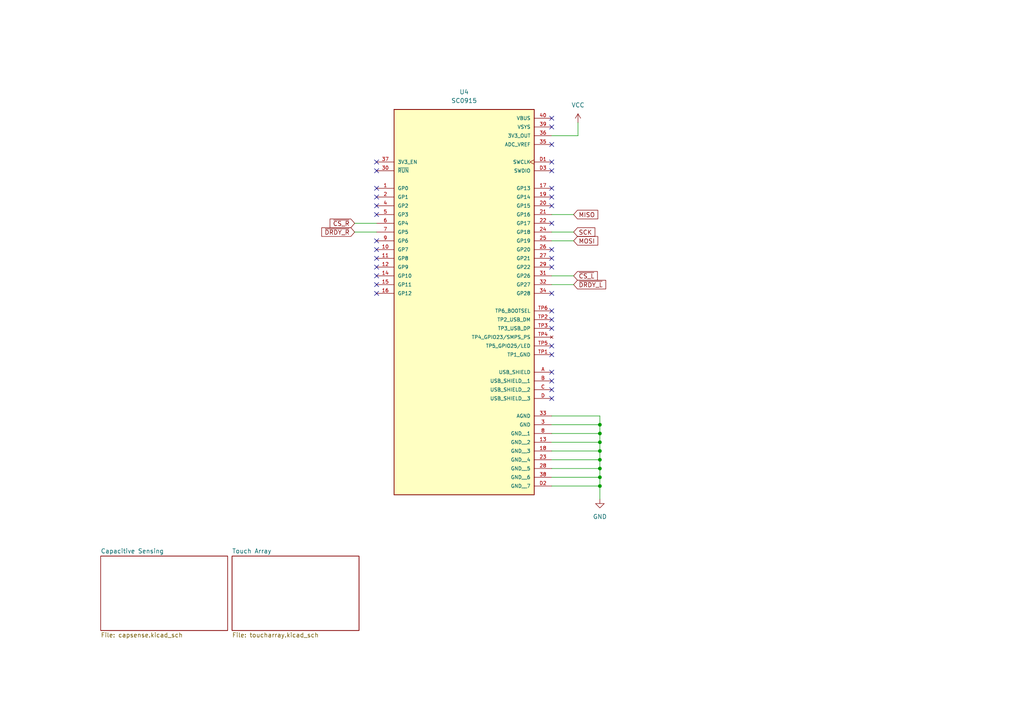
<source format=kicad_sch>
(kicad_sch (version 20230121) (generator eeschema)
  (paper "A4")
  (title_block (title "Openithm Mutual Capacitance Revamp (Negicon)") (date "2023-12-20") (rev "2") (company "Illini Rhythm Syndicate"))
  (lib_symbols
    (symbol "SC0915:SC0915" (pin_names (offset 1.016))
      (property "Reference" "U" (at -20.32 44.069 0))
      (property "Value" "SC0915" (at -20.32 -71.12 0))
      (symbol "SC0915_0_0"
        (rectangle (start -20.32 -68.58) (end 20.32 43.18) (stroke (width 0.254)) (fill (type background)))
        (pin bidirectional line (at -25.4 20.32 0) (length 5.08) (name "GP0") (number "1"))
        (pin bidirectional line (at -25.4 2.54 0) (length 5.08) (name "GP7") (number "10"))
        (pin bidirectional line (at -25.4 0 0) (length 5.08) (name "GP8") (number "11"))
        (pin bidirectional line (at -25.4 -2.54 0) (length 5.08) (name "GP9") (number "12"))
        (pin power_in line (at 25.4 -53.34 180) (length 5.08) (name "GND__2") (number "13"))
        (pin bidirectional line (at -25.4 -5.08 0) (length 5.08) (name "GP10") (number "14"))
        (pin bidirectional line (at -25.4 -7.62 0) (length 5.08) (name "GP11") (number "15"))
        (pin bidirectional line (at -25.4 -10.16 0) (length 5.08) (name "GP12") (number "16"))
        (pin bidirectional line (at 25.4 20.32 180) (length 5.08) (name "GP13") (number "17"))
        (pin power_in line (at 25.4 -55.88 180) (length 5.08) (name "GND__3") (number "18"))
        (pin bidirectional line (at 25.4 17.78 180) (length 5.08) (name "GP14") (number "19"))
        (pin bidirectional line (at -25.4 17.78 0) (length 5.08) (name "GP1") (number "2"))
        (pin bidirectional line (at 25.4 15.24 180) (length 5.08) (name "GP15") (number "20"))
        (pin bidirectional line (at 25.4 12.7 180) (length 5.08) (name "GP16") (number "21"))
        (pin bidirectional line (at 25.4 10.16 180) (length 5.08) (name "GP17") (number "22"))
        (pin power_in line (at 25.4 -58.42 180) (length 5.08) (name "GND__4") (number "23"))
        (pin bidirectional line (at 25.4 7.62 180) (length 5.08) (name "GP18") (number "24"))
        (pin bidirectional line (at 25.4 5.08 180) (length 5.08) (name "GP19") (number "25"))
        (pin bidirectional line (at 25.4 2.54 180) (length 5.08) (name "GP20") (number "26"))
        (pin bidirectional line (at 25.4 0 180) (length 5.08) (name "GP21") (number "27"))
        (pin power_in line (at 25.4 -60.96 180) (length 5.08) (name "GND__5") (number "28"))
        (pin bidirectional line (at 25.4 -2.54 180) (length 5.08) (name "GP22") (number "29"))
        (pin power_in line (at 25.4 -48.26 180) (length 5.08) (name "GND") (number "3"))
        (pin input line (at -25.4 25.4 0) (length 5.08) (name "~{RUN}") (number "30"))
        (pin bidirectional line (at 25.4 -5.08 180) (length 5.08) (name "GP26") (number "31"))
        (pin bidirectional line (at 25.4 -7.62 180) (length 5.08) (name "GP27") (number "32"))
        (pin power_in line (at 25.4 -45.72 180) (length 5.08) (name "AGND") (number "33"))
        (pin bidirectional line (at 25.4 -10.16 180) (length 5.08) (name "GP28") (number "34"))
        (pin power_in line (at 25.4 33.02 180) (length 5.08) (name "ADC_VREF") (number "35"))
        (pin power_in line (at 25.4 35.56 180) (length 5.08) (name "3V3_OUT") (number "36"))
        (pin input line (at -25.4 27.94 0) (length 5.08) (name "3V3_EN") (number "37"))
        (pin power_in line (at 25.4 -63.5 180) (length 5.08) (name "GND__6") (number "38"))
        (pin power_in line (at 25.4 38.1 180) (length 5.08) (name "VSYS") (number "39"))
        (pin bidirectional line (at -25.4 15.24 0) (length 5.08) (name "GP2") (number "4"))
        (pin power_in line (at 25.4 40.64 180) (length 5.08) (name "VBUS") (number "40"))
        (pin bidirectional line (at -25.4 12.7 0) (length 5.08) (name "GP3") (number "5"))
        (pin bidirectional line (at -25.4 10.16 0) (length 5.08) (name "GP4") (number "6"))
        (pin bidirectional line (at -25.4 7.62 0) (length 5.08) (name "GP5") (number "7"))
        (pin power_in line (at 25.4 -50.8 180) (length 5.08) (name "GND__1") (number "8"))
        (pin bidirectional line (at -25.4 5.08 0) (length 5.08) (name "GP6") (number "9"))
        (pin power_in line (at 25.4 -33.02 180) (length 5.08) (name "USB_SHIELD") (number "A"))
        (pin power_in line (at 25.4 -35.56 180) (length 5.08) (name "USB_SHIELD__1") (number "B"))
        (pin power_in line (at 25.4 -38.1 180) (length 5.08) (name "USB_SHIELD__2") (number "C"))
        (pin power_in line (at 25.4 -40.64 180) (length 5.08) (name "USB_SHIELD__3") (number "D"))
        (pin input clock (at 25.4 27.94 180) (length 5.08) (name "SWCLK") (number "D1"))
        (pin power_in line (at 25.4 -66.04 180) (length 5.08) (name "GND__7") (number "D2"))
        (pin bidirectional line (at 25.4 25.4 180) (length 5.08) (name "SWDIO") (number "D3"))
        (pin power_in line (at 25.4 -27.94 180) (length 5.08) (name "TP1_GND") (number "TP1"))
        (pin bidirectional line (at 25.4 -17.78 180) (length 5.08) (name "TP2_USB_DM") (number "TP2"))
        (pin bidirectional line (at 25.4 -20.32 180) (length 5.08) (name "TP3_USB_DP") (number "TP3"))
        (pin no_connect line (at 25.4 -22.86 180) (length 5.08) (name "TP4_GPIO23/SMPS_PS") (number "TP4"))
        (pin output line (at 25.4 -25.4 180) (length 5.08) (name "TP5_GPIO25/LED") (number "TP5"))
        (pin input line (at 25.4 -15.24 180) (length 5.08) (name "TP6_BOOTSEL") (number "TP6"))
      )
    )
    (symbol "power:GND" (power) (pin_names (offset 0))
      (property "Value" "GND" (at 0 -3.81 0))
      (symbol "GND_0_1"
        (polyline (pts (xy 0 0) (xy 0 -1.27) (xy 1.27 -1.27) (xy 0 -2.54) (xy -1.27 -1.27) (xy 0 -1.27)))
      )
      (symbol "GND_1_1"
        (pin power_in line (at 0 0 270) (length 0) hide (name "GND") (number "1"))
      )
    )
    (symbol "power:VCC" (power) (pin_names (offset 0))
      (property "Value" "VCC" (at 0 3.81 0))
      (symbol "VCC_0_1"
        (polyline (pts (xy -0.762 1.27) (xy 0 2.54)))
        (polyline (pts (xy 0 0) (xy 0 2.54)))
        (polyline (pts (xy 0 2.54) (xy 0.762 1.27)))
      )
      (symbol "VCC_1_1"
        (pin power_in line (at 0 0 90) (length 0) hide (name "VCC") (number "1"))
      )
    )
  )
  (junction (at 173.99 138.43))
  (junction (at 173.99 133.35))
  (junction (at 173.99 140.97))
  (junction (at 173.99 128.27))
  (junction (at 173.99 123.19))
  (junction (at 173.99 130.81))
  (junction (at 173.99 135.89))
  (junction (at 173.99 125.73))
  (no_connect (at 109.22 69.85))
  (no_connect (at 109.22 49.53))
  (no_connect (at 160.02 72.39))
  (no_connect (at 160.02 36.83))
  (no_connect (at 109.22 59.69))
  (no_connect (at 160.02 85.09))
  (no_connect (at 160.02 77.47))
  (no_connect (at 160.02 92.71))
  (no_connect (at 160.02 102.87))
  (no_connect (at 109.22 85.09))
  (no_connect (at 109.22 74.93))
  (no_connect (at 160.02 46.99))
  (no_connect (at 160.02 57.15))
  (no_connect (at 109.22 72.39))
  (no_connect (at 109.22 46.99))
  (no_connect (at 160.02 113.03))
  (no_connect (at 160.02 59.69))
  (no_connect (at 160.02 107.95))
  (no_connect (at 160.02 74.93))
  (no_connect (at 160.02 100.33))
  (no_connect (at 109.22 80.01))
  (no_connect (at 160.02 49.53))
  (no_connect (at 109.22 82.55))
  (no_connect (at 109.22 62.23))
  (no_connect (at 160.02 64.77))
  (no_connect (at 160.02 41.91))
  (no_connect (at 160.02 110.49))
  (no_connect (at 160.02 34.29))
  (no_connect (at 160.02 115.57))
  (no_connect (at 109.22 57.15))
  (no_connect (at 109.22 77.47))
  (no_connect (at 160.02 95.25))
  (no_connect (at 160.02 90.17))
  (no_connect (at 160.02 54.61))
  (no_connect (at 109.22 54.61))
  (wire (pts (xy 166.37 80.01) (xy 160.02 80.01)))
  (wire (pts (xy 160.02 135.89) (xy 173.99 135.89)))
  (wire (pts (xy 173.99 140.97) (xy 173.99 144.78)))
  (wire (pts (xy 173.99 123.19) (xy 173.99 125.73)))
  (wire (pts (xy 160.02 125.73) (xy 173.99 125.73)))
  (wire (pts (xy 102.87 64.77) (xy 109.22 64.77)))
  (wire (pts (xy 166.37 82.55) (xy 160.02 82.55)))
  (wire (pts (xy 166.37 69.85) (xy 160.02 69.85)))
  (wire (pts (xy 160.02 120.65) (xy 173.99 120.65)))
  (wire (pts (xy 166.37 67.31) (xy 160.02 67.31)))
  (wire (pts (xy 173.99 135.89) (xy 173.99 138.43)))
  (wire (pts (xy 160.02 140.97) (xy 173.99 140.97)))
  (wire (pts (xy 166.37 62.23) (xy 160.02 62.23)))
  (wire (pts (xy 160.02 128.27) (xy 173.99 128.27)))
  (wire (pts (xy 167.64 35.56) (xy 167.64 39.37)))
  (wire (pts (xy 173.99 138.43) (xy 173.99 140.97)))
  (wire (pts (xy 160.02 123.19) (xy 173.99 123.19)))
  (wire (pts (xy 102.87 67.31) (xy 109.22 67.31)))
  (wire (pts (xy 160.02 138.43) (xy 173.99 138.43)))
  (wire (pts (xy 160.02 133.35) (xy 173.99 133.35)))
  (wire (pts (xy 173.99 128.27) (xy 173.99 130.81)))
  (wire (pts (xy 173.99 133.35) (xy 173.99 135.89)))
  (wire (pts (xy 173.99 130.81) (xy 173.99 133.35)))
  (wire (pts (xy 160.02 130.81) (xy 173.99 130.81)))
  (wire (pts (xy 173.99 120.65) (xy 173.99 123.19)))
  (wire (pts (xy 173.99 125.73) (xy 173.99 128.27)))
  (wire (pts (xy 167.64 39.37) (xy 160.02 39.37)))
  (global_label "~{DRDY_R}" (shape input) (at 102.87 67.31 180) (property "Intersheetrefs" "${INTERSHEET_REFS}" (effects hide)))
  (global_label "~{CS_R}" (shape input) (at 102.87 64.77 180) (property "Intersheetrefs" "${INTERSHEET_REFS}" (effects hide)))
  (global_label "SCK" (shape input) (at 166.37 67.31 0) (property "Intersheetrefs" "${INTERSHEET_REFS}" (effects hide)))
  (global_label "~{DRDY_L}" (shape input) (at 166.37 82.55 0) (property "Intersheetrefs" "${INTERSHEET_REFS}" (effects hide)))
  (global_label "MOSI" (shape input) (at 166.37 69.85 0) (property "Intersheetrefs" "${INTERSHEET_REFS}" (effects hide)))
  (global_label "MISO" (shape input) (at 166.37 62.23 0) (property "Intersheetrefs" "${INTERSHEET_REFS}" (effects hide)))
  (global_label "~{CS_L}" (shape input) (at 166.37 80.01 0) (property "Intersheetrefs" "${INTERSHEET_REFS}" (effects hide)))
  (symbol (lib_id "power:GND") (at 173.99 144.78 0) (unit 1)
    (property "Reference" "#PWR014" (effects hide))
    (property "Value" "GND" (at 173.99 149.86 0))
  )
  (symbol (lib_id "SC0915:SC0915") (at 134.62 74.93 0) (unit 1)
    (property "Reference" "U4" (at 134.62 26.67 0))
    (property "Value" "SC0915" (at 134.62 29.21 0))
    (property "Footprint" "SC0915:MODULE_SC0915" (effects hide))
    (property "PARTREV" "1.9" (effects hide))
    (property "SNAPEDA_PN" "SC0915" (effects hide))
    (property "STANDARD" "Manufacturer Recommendations" (effects hide))
    (property "MANUFACTURER" "Pi Supply" (effects hide))
  )
  (symbol (lib_id "power:VCC") (at 167.64 35.56 0) (unit 1)
    (property "Reference" "#PWR015" (effects hide))
    (property "Value" "VCC" (at 167.64 30.48 0))
  )
  (sheet (at 29.21 161.29) (size 36.83 21.59) (stroke (width 0.1524))
    (property "Sheetname" "Capacitive Sensing" (at 29.21 160.5784 0) (effects (justify left bottom)))
    (property "Sheetfile" "capsense.kicad_sch" (at 29.21 183.4646 0) (effects (justify left top)))
  )
  (sheet (at 67.31 161.29) (size 36.83 21.59) (stroke (width 0.1524))
    (property "Sheetname" "Touch Array" (at 67.31 160.5784 0) (effects (justify left bottom)))
    (property "Sheetfile" "toucharray.kicad_sch" (at 67.31 183.4646 0) (effects (justify left top)))
  )
)
</source>
